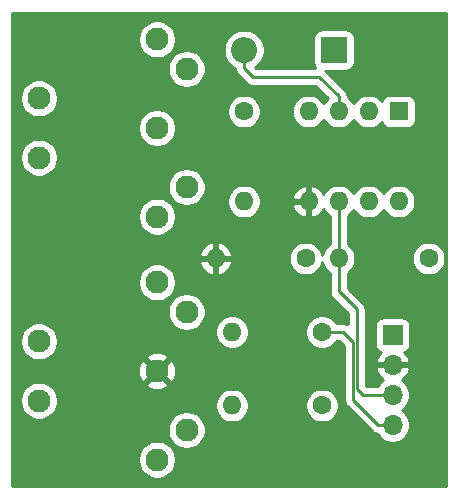
<source format=gbr>
G04 #@! TF.GenerationSoftware,KiCad,Pcbnew,5.1.5-52549c5~84~ubuntu18.04.1*
G04 #@! TF.CreationDate,2020-01-17T10:26:32-05:00*
G04 #@! TF.ProjectId,midi_io,6d696469-5f69-46f2-9e6b-696361645f70,1*
G04 #@! TF.SameCoordinates,Original*
G04 #@! TF.FileFunction,Copper,L2,Bot*
G04 #@! TF.FilePolarity,Positive*
%FSLAX46Y46*%
G04 Gerber Fmt 4.6, Leading zero omitted, Abs format (unit mm)*
G04 Created by KiCad (PCBNEW 5.1.5-52549c5~84~ubuntu18.04.1) date 2020-01-17 10:26:32*
%MOMM*%
%LPD*%
G04 APERTURE LIST*
%ADD10C,1.950000*%
%ADD11O,1.600000X1.600000*%
%ADD12C,1.600000*%
%ADD13O,1.700000X1.700000*%
%ADD14R,1.700000X1.700000*%
%ADD15O,2.200000X2.200000*%
%ADD16R,2.200000X2.200000*%
%ADD17R,1.600000X1.600000*%
%ADD18C,0.254000*%
G04 APERTURE END LIST*
D10*
X113952000Y-97369000D03*
X113952000Y-92369000D03*
X123952000Y-87369000D03*
X126452000Y-89869000D03*
X123952000Y-102369000D03*
X126452000Y-99869000D03*
X123952000Y-94869000D03*
X113952000Y-117943000D03*
X113952000Y-112943000D03*
X123952000Y-107943000D03*
X126452000Y-110443000D03*
X123952000Y-122943000D03*
X126452000Y-120443000D03*
X123952000Y-115443000D03*
D11*
X128905000Y-105918000D03*
D12*
X136525000Y-105918000D03*
D11*
X139319000Y-105918000D03*
D12*
X146939000Y-105918000D03*
D11*
X131318000Y-101092000D03*
D12*
X131318000Y-93472000D03*
D11*
X130302000Y-112141000D03*
D12*
X137922000Y-112141000D03*
D11*
X130302000Y-118364000D03*
D12*
X137922000Y-118364000D03*
D13*
X143891000Y-120015000D03*
X143891000Y-117475000D03*
X143891000Y-114935000D03*
D14*
X143891000Y-112395000D03*
D15*
X131318000Y-88265000D03*
D16*
X138938000Y-88265000D03*
D11*
X144399000Y-101092000D03*
X136779000Y-93472000D03*
X141859000Y-101092000D03*
X139319000Y-93472000D03*
X139319000Y-101092000D03*
X141859000Y-93472000D03*
X136779000Y-101092000D03*
D17*
X144399000Y-93472000D03*
D18*
X137668000Y-90551000D02*
X139319000Y-92202000D01*
X139319000Y-92202000D02*
X139319000Y-93472000D01*
X132048366Y-90551000D02*
X137668000Y-90551000D01*
X131318000Y-88265000D02*
X131318000Y-89820634D01*
X131318000Y-89820634D02*
X132048366Y-90551000D01*
X142688919Y-120015000D02*
X143891000Y-120015000D01*
X140538190Y-112979190D02*
X140538191Y-117864272D01*
X139700000Y-112141000D02*
X140538190Y-112979190D01*
X140538191Y-117864272D02*
X142688919Y-120015000D01*
X137922000Y-112141000D02*
X139700000Y-112141000D01*
X139319000Y-101092000D02*
X139319000Y-105918000D01*
X141351000Y-117475000D02*
X143891000Y-117475000D01*
X140843000Y-116967000D02*
X141351000Y-117475000D01*
X140843000Y-110236000D02*
X140843000Y-116967000D01*
X139319000Y-105918000D02*
X139319000Y-108712000D01*
X139319000Y-108712000D02*
X140843000Y-110236000D01*
G36*
X148388000Y-125147000D02*
G01*
X111708000Y-125147000D01*
X111708000Y-122784429D01*
X122342000Y-122784429D01*
X122342000Y-123101571D01*
X122403871Y-123412620D01*
X122525237Y-123705621D01*
X122701431Y-123969315D01*
X122925685Y-124193569D01*
X123189379Y-124369763D01*
X123482380Y-124491129D01*
X123793429Y-124553000D01*
X124110571Y-124553000D01*
X124421620Y-124491129D01*
X124714621Y-124369763D01*
X124978315Y-124193569D01*
X125202569Y-123969315D01*
X125378763Y-123705621D01*
X125500129Y-123412620D01*
X125562000Y-123101571D01*
X125562000Y-122784429D01*
X125500129Y-122473380D01*
X125378763Y-122180379D01*
X125202569Y-121916685D01*
X124978315Y-121692431D01*
X124714621Y-121516237D01*
X124421620Y-121394871D01*
X124110571Y-121333000D01*
X123793429Y-121333000D01*
X123482380Y-121394871D01*
X123189379Y-121516237D01*
X122925685Y-121692431D01*
X122701431Y-121916685D01*
X122525237Y-122180379D01*
X122403871Y-122473380D01*
X122342000Y-122784429D01*
X111708000Y-122784429D01*
X111708000Y-120284429D01*
X124842000Y-120284429D01*
X124842000Y-120601571D01*
X124903871Y-120912620D01*
X125025237Y-121205621D01*
X125201431Y-121469315D01*
X125425685Y-121693569D01*
X125689379Y-121869763D01*
X125982380Y-121991129D01*
X126293429Y-122053000D01*
X126610571Y-122053000D01*
X126921620Y-121991129D01*
X127214621Y-121869763D01*
X127478315Y-121693569D01*
X127702569Y-121469315D01*
X127878763Y-121205621D01*
X128000129Y-120912620D01*
X128062000Y-120601571D01*
X128062000Y-120284429D01*
X128000129Y-119973380D01*
X127878763Y-119680379D01*
X127702569Y-119416685D01*
X127478315Y-119192431D01*
X127214621Y-119016237D01*
X126921620Y-118894871D01*
X126610571Y-118833000D01*
X126293429Y-118833000D01*
X125982380Y-118894871D01*
X125689379Y-119016237D01*
X125425685Y-119192431D01*
X125201431Y-119416685D01*
X125025237Y-119680379D01*
X124903871Y-119973380D01*
X124842000Y-120284429D01*
X111708000Y-120284429D01*
X111708000Y-117784429D01*
X112342000Y-117784429D01*
X112342000Y-118101571D01*
X112403871Y-118412620D01*
X112525237Y-118705621D01*
X112701431Y-118969315D01*
X112925685Y-119193569D01*
X113189379Y-119369763D01*
X113482380Y-119491129D01*
X113793429Y-119553000D01*
X114110571Y-119553000D01*
X114421620Y-119491129D01*
X114714621Y-119369763D01*
X114978315Y-119193569D01*
X115202569Y-118969315D01*
X115378763Y-118705621D01*
X115500129Y-118412620D01*
X115537913Y-118222665D01*
X128867000Y-118222665D01*
X128867000Y-118505335D01*
X128922147Y-118782574D01*
X129030320Y-119043727D01*
X129187363Y-119278759D01*
X129387241Y-119478637D01*
X129622273Y-119635680D01*
X129883426Y-119743853D01*
X130160665Y-119799000D01*
X130443335Y-119799000D01*
X130720574Y-119743853D01*
X130981727Y-119635680D01*
X131216759Y-119478637D01*
X131416637Y-119278759D01*
X131573680Y-119043727D01*
X131681853Y-118782574D01*
X131737000Y-118505335D01*
X131737000Y-118222665D01*
X136487000Y-118222665D01*
X136487000Y-118505335D01*
X136542147Y-118782574D01*
X136650320Y-119043727D01*
X136807363Y-119278759D01*
X137007241Y-119478637D01*
X137242273Y-119635680D01*
X137503426Y-119743853D01*
X137780665Y-119799000D01*
X138063335Y-119799000D01*
X138340574Y-119743853D01*
X138601727Y-119635680D01*
X138836759Y-119478637D01*
X139036637Y-119278759D01*
X139193680Y-119043727D01*
X139301853Y-118782574D01*
X139357000Y-118505335D01*
X139357000Y-118222665D01*
X139301853Y-117945426D01*
X139193680Y-117684273D01*
X139036637Y-117449241D01*
X138836759Y-117249363D01*
X138601727Y-117092320D01*
X138340574Y-116984147D01*
X138063335Y-116929000D01*
X137780665Y-116929000D01*
X137503426Y-116984147D01*
X137242273Y-117092320D01*
X137007241Y-117249363D01*
X136807363Y-117449241D01*
X136650320Y-117684273D01*
X136542147Y-117945426D01*
X136487000Y-118222665D01*
X131737000Y-118222665D01*
X131681853Y-117945426D01*
X131573680Y-117684273D01*
X131416637Y-117449241D01*
X131216759Y-117249363D01*
X130981727Y-117092320D01*
X130720574Y-116984147D01*
X130443335Y-116929000D01*
X130160665Y-116929000D01*
X129883426Y-116984147D01*
X129622273Y-117092320D01*
X129387241Y-117249363D01*
X129187363Y-117449241D01*
X129030320Y-117684273D01*
X128922147Y-117945426D01*
X128867000Y-118222665D01*
X115537913Y-118222665D01*
X115562000Y-118101571D01*
X115562000Y-117784429D01*
X115500129Y-117473380D01*
X115378763Y-117180379D01*
X115202569Y-116916685D01*
X114978315Y-116692431D01*
X114780992Y-116560584D01*
X123014021Y-116560584D01*
X123106766Y-116822429D01*
X123392120Y-116960820D01*
X123698990Y-117040883D01*
X124015584Y-117059540D01*
X124329733Y-117016074D01*
X124629367Y-116912156D01*
X124797234Y-116822429D01*
X124889979Y-116560584D01*
X123952000Y-115622605D01*
X123014021Y-116560584D01*
X114780992Y-116560584D01*
X114714621Y-116516237D01*
X114421620Y-116394871D01*
X114110571Y-116333000D01*
X113793429Y-116333000D01*
X113482380Y-116394871D01*
X113189379Y-116516237D01*
X112925685Y-116692431D01*
X112701431Y-116916685D01*
X112525237Y-117180379D01*
X112403871Y-117473380D01*
X112342000Y-117784429D01*
X111708000Y-117784429D01*
X111708000Y-115506584D01*
X122335460Y-115506584D01*
X122378926Y-115820733D01*
X122482844Y-116120367D01*
X122572571Y-116288234D01*
X122834416Y-116380979D01*
X123772395Y-115443000D01*
X124131605Y-115443000D01*
X125069584Y-116380979D01*
X125331429Y-116288234D01*
X125469820Y-116002880D01*
X125549883Y-115696010D01*
X125568540Y-115379416D01*
X125525074Y-115065267D01*
X125421156Y-114765633D01*
X125331429Y-114597766D01*
X125069584Y-114505021D01*
X124131605Y-115443000D01*
X123772395Y-115443000D01*
X122834416Y-114505021D01*
X122572571Y-114597766D01*
X122434180Y-114883120D01*
X122354117Y-115189990D01*
X122335460Y-115506584D01*
X111708000Y-115506584D01*
X111708000Y-112784429D01*
X112342000Y-112784429D01*
X112342000Y-113101571D01*
X112403871Y-113412620D01*
X112525237Y-113705621D01*
X112701431Y-113969315D01*
X112925685Y-114193569D01*
X113189379Y-114369763D01*
X113482380Y-114491129D01*
X113793429Y-114553000D01*
X114110571Y-114553000D01*
X114421620Y-114491129D01*
X114714621Y-114369763D01*
X114780991Y-114325416D01*
X123014021Y-114325416D01*
X123952000Y-115263395D01*
X124889979Y-114325416D01*
X124797234Y-114063571D01*
X124511880Y-113925180D01*
X124205010Y-113845117D01*
X123888416Y-113826460D01*
X123574267Y-113869926D01*
X123274633Y-113973844D01*
X123106766Y-114063571D01*
X123014021Y-114325416D01*
X114780991Y-114325416D01*
X114978315Y-114193569D01*
X115202569Y-113969315D01*
X115378763Y-113705621D01*
X115500129Y-113412620D01*
X115562000Y-113101571D01*
X115562000Y-112784429D01*
X115500129Y-112473380D01*
X115378763Y-112180379D01*
X115202569Y-111916685D01*
X114978315Y-111692431D01*
X114714621Y-111516237D01*
X114421620Y-111394871D01*
X114110571Y-111333000D01*
X113793429Y-111333000D01*
X113482380Y-111394871D01*
X113189379Y-111516237D01*
X112925685Y-111692431D01*
X112701431Y-111916685D01*
X112525237Y-112180379D01*
X112403871Y-112473380D01*
X112342000Y-112784429D01*
X111708000Y-112784429D01*
X111708000Y-110284429D01*
X124842000Y-110284429D01*
X124842000Y-110601571D01*
X124903871Y-110912620D01*
X125025237Y-111205621D01*
X125201431Y-111469315D01*
X125425685Y-111693569D01*
X125689379Y-111869763D01*
X125982380Y-111991129D01*
X126293429Y-112053000D01*
X126610571Y-112053000D01*
X126878706Y-111999665D01*
X128867000Y-111999665D01*
X128867000Y-112282335D01*
X128922147Y-112559574D01*
X129030320Y-112820727D01*
X129187363Y-113055759D01*
X129387241Y-113255637D01*
X129622273Y-113412680D01*
X129883426Y-113520853D01*
X130160665Y-113576000D01*
X130443335Y-113576000D01*
X130720574Y-113520853D01*
X130981727Y-113412680D01*
X131216759Y-113255637D01*
X131416637Y-113055759D01*
X131573680Y-112820727D01*
X131681853Y-112559574D01*
X131737000Y-112282335D01*
X131737000Y-111999665D01*
X131681853Y-111722426D01*
X131573680Y-111461273D01*
X131416637Y-111226241D01*
X131216759Y-111026363D01*
X130981727Y-110869320D01*
X130720574Y-110761147D01*
X130443335Y-110706000D01*
X130160665Y-110706000D01*
X129883426Y-110761147D01*
X129622273Y-110869320D01*
X129387241Y-111026363D01*
X129187363Y-111226241D01*
X129030320Y-111461273D01*
X128922147Y-111722426D01*
X128867000Y-111999665D01*
X126878706Y-111999665D01*
X126921620Y-111991129D01*
X127214621Y-111869763D01*
X127478315Y-111693569D01*
X127702569Y-111469315D01*
X127878763Y-111205621D01*
X128000129Y-110912620D01*
X128062000Y-110601571D01*
X128062000Y-110284429D01*
X128000129Y-109973380D01*
X127878763Y-109680379D01*
X127702569Y-109416685D01*
X127478315Y-109192431D01*
X127214621Y-109016237D01*
X126921620Y-108894871D01*
X126610571Y-108833000D01*
X126293429Y-108833000D01*
X125982380Y-108894871D01*
X125689379Y-109016237D01*
X125425685Y-109192431D01*
X125201431Y-109416685D01*
X125025237Y-109680379D01*
X124903871Y-109973380D01*
X124842000Y-110284429D01*
X111708000Y-110284429D01*
X111708000Y-107784429D01*
X122342000Y-107784429D01*
X122342000Y-108101571D01*
X122403871Y-108412620D01*
X122525237Y-108705621D01*
X122701431Y-108969315D01*
X122925685Y-109193569D01*
X123189379Y-109369763D01*
X123482380Y-109491129D01*
X123793429Y-109553000D01*
X124110571Y-109553000D01*
X124421620Y-109491129D01*
X124714621Y-109369763D01*
X124978315Y-109193569D01*
X125202569Y-108969315D01*
X125378763Y-108705621D01*
X125500129Y-108412620D01*
X125562000Y-108101571D01*
X125562000Y-107784429D01*
X125500129Y-107473380D01*
X125378763Y-107180379D01*
X125202569Y-106916685D01*
X124978315Y-106692431D01*
X124714621Y-106516237D01*
X124421620Y-106394871D01*
X124110571Y-106333000D01*
X123793429Y-106333000D01*
X123482380Y-106394871D01*
X123189379Y-106516237D01*
X122925685Y-106692431D01*
X122701431Y-106916685D01*
X122525237Y-107180379D01*
X122403871Y-107473380D01*
X122342000Y-107784429D01*
X111708000Y-107784429D01*
X111708000Y-106267039D01*
X127513096Y-106267039D01*
X127553754Y-106401087D01*
X127673963Y-106655420D01*
X127841481Y-106881414D01*
X128049869Y-107070385D01*
X128291119Y-107215070D01*
X128555960Y-107309909D01*
X128778000Y-107188624D01*
X128778000Y-106045000D01*
X129032000Y-106045000D01*
X129032000Y-107188624D01*
X129254040Y-107309909D01*
X129518881Y-107215070D01*
X129760131Y-107070385D01*
X129968519Y-106881414D01*
X130136037Y-106655420D01*
X130256246Y-106401087D01*
X130296904Y-106267039D01*
X130174915Y-106045000D01*
X129032000Y-106045000D01*
X128778000Y-106045000D01*
X127635085Y-106045000D01*
X127513096Y-106267039D01*
X111708000Y-106267039D01*
X111708000Y-105568961D01*
X127513096Y-105568961D01*
X127635085Y-105791000D01*
X128778000Y-105791000D01*
X128778000Y-104647376D01*
X129032000Y-104647376D01*
X129032000Y-105791000D01*
X130174915Y-105791000D01*
X130182790Y-105776665D01*
X135090000Y-105776665D01*
X135090000Y-106059335D01*
X135145147Y-106336574D01*
X135253320Y-106597727D01*
X135410363Y-106832759D01*
X135610241Y-107032637D01*
X135845273Y-107189680D01*
X136106426Y-107297853D01*
X136383665Y-107353000D01*
X136666335Y-107353000D01*
X136943574Y-107297853D01*
X137204727Y-107189680D01*
X137439759Y-107032637D01*
X137639637Y-106832759D01*
X137796680Y-106597727D01*
X137904853Y-106336574D01*
X137922000Y-106250371D01*
X137939147Y-106336574D01*
X138047320Y-106597727D01*
X138204363Y-106832759D01*
X138404241Y-107032637D01*
X138557000Y-107134707D01*
X138557001Y-108674567D01*
X138553314Y-108712000D01*
X138568027Y-108861378D01*
X138611599Y-109005015D01*
X138682355Y-109137392D01*
X138727525Y-109192431D01*
X138777579Y-109253422D01*
X138806649Y-109277279D01*
X140081000Y-110551631D01*
X140081000Y-111480627D01*
X139993015Y-111433598D01*
X139849378Y-111390026D01*
X139737426Y-111379000D01*
X139737423Y-111379000D01*
X139700000Y-111375314D01*
X139662577Y-111379000D01*
X139138707Y-111379000D01*
X139036637Y-111226241D01*
X138836759Y-111026363D01*
X138601727Y-110869320D01*
X138340574Y-110761147D01*
X138063335Y-110706000D01*
X137780665Y-110706000D01*
X137503426Y-110761147D01*
X137242273Y-110869320D01*
X137007241Y-111026363D01*
X136807363Y-111226241D01*
X136650320Y-111461273D01*
X136542147Y-111722426D01*
X136487000Y-111999665D01*
X136487000Y-112282335D01*
X136542147Y-112559574D01*
X136650320Y-112820727D01*
X136807363Y-113055759D01*
X137007241Y-113255637D01*
X137242273Y-113412680D01*
X137503426Y-113520853D01*
X137780665Y-113576000D01*
X138063335Y-113576000D01*
X138340574Y-113520853D01*
X138601727Y-113412680D01*
X138836759Y-113255637D01*
X139036637Y-113055759D01*
X139138707Y-112903000D01*
X139384370Y-112903000D01*
X139776190Y-113294820D01*
X139776192Y-117826839D01*
X139772505Y-117864272D01*
X139787218Y-118013650D01*
X139830790Y-118157287D01*
X139901546Y-118289664D01*
X139972912Y-118376623D01*
X139996770Y-118405694D01*
X140025840Y-118429551D01*
X142123635Y-120527346D01*
X142147497Y-120556422D01*
X142221138Y-120616857D01*
X142263526Y-120651645D01*
X142334283Y-120689465D01*
X142395904Y-120722402D01*
X142539541Y-120765974D01*
X142611528Y-120773064D01*
X142737525Y-120961632D01*
X142944368Y-121168475D01*
X143187589Y-121330990D01*
X143457842Y-121442932D01*
X143744740Y-121500000D01*
X144037260Y-121500000D01*
X144324158Y-121442932D01*
X144594411Y-121330990D01*
X144837632Y-121168475D01*
X145044475Y-120961632D01*
X145206990Y-120718411D01*
X145318932Y-120448158D01*
X145376000Y-120161260D01*
X145376000Y-119868740D01*
X145318932Y-119581842D01*
X145206990Y-119311589D01*
X145044475Y-119068368D01*
X144837632Y-118861525D01*
X144663240Y-118745000D01*
X144837632Y-118628475D01*
X145044475Y-118421632D01*
X145206990Y-118178411D01*
X145318932Y-117908158D01*
X145376000Y-117621260D01*
X145376000Y-117328740D01*
X145318932Y-117041842D01*
X145206990Y-116771589D01*
X145044475Y-116528368D01*
X144837632Y-116321525D01*
X144655466Y-116199805D01*
X144772355Y-116130178D01*
X144988588Y-115935269D01*
X145162641Y-115701920D01*
X145287825Y-115439099D01*
X145332476Y-115291890D01*
X145211155Y-115062000D01*
X144018000Y-115062000D01*
X144018000Y-115082000D01*
X143764000Y-115082000D01*
X143764000Y-115062000D01*
X142570845Y-115062000D01*
X142449524Y-115291890D01*
X142494175Y-115439099D01*
X142619359Y-115701920D01*
X142793412Y-115935269D01*
X143009645Y-116130178D01*
X143126534Y-116199805D01*
X142944368Y-116321525D01*
X142737525Y-116528368D01*
X142614158Y-116713000D01*
X141666630Y-116713000D01*
X141605000Y-116651370D01*
X141605000Y-111545000D01*
X142402928Y-111545000D01*
X142402928Y-113245000D01*
X142415188Y-113369482D01*
X142451498Y-113489180D01*
X142510463Y-113599494D01*
X142589815Y-113696185D01*
X142686506Y-113775537D01*
X142796820Y-113834502D01*
X142877466Y-113858966D01*
X142793412Y-113934731D01*
X142619359Y-114168080D01*
X142494175Y-114430901D01*
X142449524Y-114578110D01*
X142570845Y-114808000D01*
X143764000Y-114808000D01*
X143764000Y-114788000D01*
X144018000Y-114788000D01*
X144018000Y-114808000D01*
X145211155Y-114808000D01*
X145332476Y-114578110D01*
X145287825Y-114430901D01*
X145162641Y-114168080D01*
X144988588Y-113934731D01*
X144904534Y-113858966D01*
X144985180Y-113834502D01*
X145095494Y-113775537D01*
X145192185Y-113696185D01*
X145271537Y-113599494D01*
X145330502Y-113489180D01*
X145366812Y-113369482D01*
X145379072Y-113245000D01*
X145379072Y-111545000D01*
X145366812Y-111420518D01*
X145330502Y-111300820D01*
X145271537Y-111190506D01*
X145192185Y-111093815D01*
X145095494Y-111014463D01*
X144985180Y-110955498D01*
X144865482Y-110919188D01*
X144741000Y-110906928D01*
X143041000Y-110906928D01*
X142916518Y-110919188D01*
X142796820Y-110955498D01*
X142686506Y-111014463D01*
X142589815Y-111093815D01*
X142510463Y-111190506D01*
X142451498Y-111300820D01*
X142415188Y-111420518D01*
X142402928Y-111545000D01*
X141605000Y-111545000D01*
X141605000Y-110273422D01*
X141608686Y-110235999D01*
X141605000Y-110198574D01*
X141593974Y-110086622D01*
X141550402Y-109942985D01*
X141479645Y-109810608D01*
X141384422Y-109694578D01*
X141355353Y-109670722D01*
X140081000Y-108396370D01*
X140081000Y-107134707D01*
X140233759Y-107032637D01*
X140433637Y-106832759D01*
X140590680Y-106597727D01*
X140698853Y-106336574D01*
X140754000Y-106059335D01*
X140754000Y-105776665D01*
X145504000Y-105776665D01*
X145504000Y-106059335D01*
X145559147Y-106336574D01*
X145667320Y-106597727D01*
X145824363Y-106832759D01*
X146024241Y-107032637D01*
X146259273Y-107189680D01*
X146520426Y-107297853D01*
X146797665Y-107353000D01*
X147080335Y-107353000D01*
X147357574Y-107297853D01*
X147618727Y-107189680D01*
X147853759Y-107032637D01*
X148053637Y-106832759D01*
X148210680Y-106597727D01*
X148318853Y-106336574D01*
X148374000Y-106059335D01*
X148374000Y-105776665D01*
X148318853Y-105499426D01*
X148210680Y-105238273D01*
X148053637Y-105003241D01*
X147853759Y-104803363D01*
X147618727Y-104646320D01*
X147357574Y-104538147D01*
X147080335Y-104483000D01*
X146797665Y-104483000D01*
X146520426Y-104538147D01*
X146259273Y-104646320D01*
X146024241Y-104803363D01*
X145824363Y-105003241D01*
X145667320Y-105238273D01*
X145559147Y-105499426D01*
X145504000Y-105776665D01*
X140754000Y-105776665D01*
X140698853Y-105499426D01*
X140590680Y-105238273D01*
X140433637Y-105003241D01*
X140233759Y-104803363D01*
X140081000Y-104701293D01*
X140081000Y-102308707D01*
X140233759Y-102206637D01*
X140433637Y-102006759D01*
X140589000Y-101774241D01*
X140744363Y-102006759D01*
X140944241Y-102206637D01*
X141179273Y-102363680D01*
X141440426Y-102471853D01*
X141717665Y-102527000D01*
X142000335Y-102527000D01*
X142277574Y-102471853D01*
X142538727Y-102363680D01*
X142773759Y-102206637D01*
X142973637Y-102006759D01*
X143129000Y-101774241D01*
X143284363Y-102006759D01*
X143484241Y-102206637D01*
X143719273Y-102363680D01*
X143980426Y-102471853D01*
X144257665Y-102527000D01*
X144540335Y-102527000D01*
X144817574Y-102471853D01*
X145078727Y-102363680D01*
X145313759Y-102206637D01*
X145513637Y-102006759D01*
X145670680Y-101771727D01*
X145778853Y-101510574D01*
X145834000Y-101233335D01*
X145834000Y-100950665D01*
X145778853Y-100673426D01*
X145670680Y-100412273D01*
X145513637Y-100177241D01*
X145313759Y-99977363D01*
X145078727Y-99820320D01*
X144817574Y-99712147D01*
X144540335Y-99657000D01*
X144257665Y-99657000D01*
X143980426Y-99712147D01*
X143719273Y-99820320D01*
X143484241Y-99977363D01*
X143284363Y-100177241D01*
X143129000Y-100409759D01*
X142973637Y-100177241D01*
X142773759Y-99977363D01*
X142538727Y-99820320D01*
X142277574Y-99712147D01*
X142000335Y-99657000D01*
X141717665Y-99657000D01*
X141440426Y-99712147D01*
X141179273Y-99820320D01*
X140944241Y-99977363D01*
X140744363Y-100177241D01*
X140589000Y-100409759D01*
X140433637Y-100177241D01*
X140233759Y-99977363D01*
X139998727Y-99820320D01*
X139737574Y-99712147D01*
X139460335Y-99657000D01*
X139177665Y-99657000D01*
X138900426Y-99712147D01*
X138639273Y-99820320D01*
X138404241Y-99977363D01*
X138204363Y-100177241D01*
X138047320Y-100412273D01*
X138042933Y-100422865D01*
X137931385Y-100236869D01*
X137742414Y-100028481D01*
X137516420Y-99860963D01*
X137262087Y-99740754D01*
X137128039Y-99700096D01*
X136906000Y-99822085D01*
X136906000Y-100965000D01*
X136926000Y-100965000D01*
X136926000Y-101219000D01*
X136906000Y-101219000D01*
X136906000Y-102361915D01*
X137128039Y-102483904D01*
X137262087Y-102443246D01*
X137516420Y-102323037D01*
X137742414Y-102155519D01*
X137931385Y-101947131D01*
X138042933Y-101761135D01*
X138047320Y-101771727D01*
X138204363Y-102006759D01*
X138404241Y-102206637D01*
X138557000Y-102308707D01*
X138557001Y-104701292D01*
X138404241Y-104803363D01*
X138204363Y-105003241D01*
X138047320Y-105238273D01*
X137939147Y-105499426D01*
X137922000Y-105585629D01*
X137904853Y-105499426D01*
X137796680Y-105238273D01*
X137639637Y-105003241D01*
X137439759Y-104803363D01*
X137204727Y-104646320D01*
X136943574Y-104538147D01*
X136666335Y-104483000D01*
X136383665Y-104483000D01*
X136106426Y-104538147D01*
X135845273Y-104646320D01*
X135610241Y-104803363D01*
X135410363Y-105003241D01*
X135253320Y-105238273D01*
X135145147Y-105499426D01*
X135090000Y-105776665D01*
X130182790Y-105776665D01*
X130296904Y-105568961D01*
X130256246Y-105434913D01*
X130136037Y-105180580D01*
X129968519Y-104954586D01*
X129760131Y-104765615D01*
X129518881Y-104620930D01*
X129254040Y-104526091D01*
X129032000Y-104647376D01*
X128778000Y-104647376D01*
X128555960Y-104526091D01*
X128291119Y-104620930D01*
X128049869Y-104765615D01*
X127841481Y-104954586D01*
X127673963Y-105180580D01*
X127553754Y-105434913D01*
X127513096Y-105568961D01*
X111708000Y-105568961D01*
X111708000Y-102210429D01*
X122342000Y-102210429D01*
X122342000Y-102527571D01*
X122403871Y-102838620D01*
X122525237Y-103131621D01*
X122701431Y-103395315D01*
X122925685Y-103619569D01*
X123189379Y-103795763D01*
X123482380Y-103917129D01*
X123793429Y-103979000D01*
X124110571Y-103979000D01*
X124421620Y-103917129D01*
X124714621Y-103795763D01*
X124978315Y-103619569D01*
X125202569Y-103395315D01*
X125378763Y-103131621D01*
X125500129Y-102838620D01*
X125562000Y-102527571D01*
X125562000Y-102210429D01*
X125500129Y-101899380D01*
X125378763Y-101606379D01*
X125202569Y-101342685D01*
X124978315Y-101118431D01*
X124714621Y-100942237D01*
X124421620Y-100820871D01*
X124110571Y-100759000D01*
X123793429Y-100759000D01*
X123482380Y-100820871D01*
X123189379Y-100942237D01*
X122925685Y-101118431D01*
X122701431Y-101342685D01*
X122525237Y-101606379D01*
X122403871Y-101899380D01*
X122342000Y-102210429D01*
X111708000Y-102210429D01*
X111708000Y-99710429D01*
X124842000Y-99710429D01*
X124842000Y-100027571D01*
X124903871Y-100338620D01*
X125025237Y-100631621D01*
X125201431Y-100895315D01*
X125425685Y-101119569D01*
X125689379Y-101295763D01*
X125982380Y-101417129D01*
X126293429Y-101479000D01*
X126610571Y-101479000D01*
X126921620Y-101417129D01*
X127214621Y-101295763D01*
X127478315Y-101119569D01*
X127647219Y-100950665D01*
X129883000Y-100950665D01*
X129883000Y-101233335D01*
X129938147Y-101510574D01*
X130046320Y-101771727D01*
X130203363Y-102006759D01*
X130403241Y-102206637D01*
X130638273Y-102363680D01*
X130899426Y-102471853D01*
X131176665Y-102527000D01*
X131459335Y-102527000D01*
X131736574Y-102471853D01*
X131997727Y-102363680D01*
X132232759Y-102206637D01*
X132432637Y-102006759D01*
X132589680Y-101771727D01*
X132697853Y-101510574D01*
X132711684Y-101441040D01*
X135387091Y-101441040D01*
X135481930Y-101705881D01*
X135626615Y-101947131D01*
X135815586Y-102155519D01*
X136041580Y-102323037D01*
X136295913Y-102443246D01*
X136429961Y-102483904D01*
X136652000Y-102361915D01*
X136652000Y-101219000D01*
X135508376Y-101219000D01*
X135387091Y-101441040D01*
X132711684Y-101441040D01*
X132753000Y-101233335D01*
X132753000Y-100950665D01*
X132711685Y-100742960D01*
X135387091Y-100742960D01*
X135508376Y-100965000D01*
X136652000Y-100965000D01*
X136652000Y-99822085D01*
X136429961Y-99700096D01*
X136295913Y-99740754D01*
X136041580Y-99860963D01*
X135815586Y-100028481D01*
X135626615Y-100236869D01*
X135481930Y-100478119D01*
X135387091Y-100742960D01*
X132711685Y-100742960D01*
X132697853Y-100673426D01*
X132589680Y-100412273D01*
X132432637Y-100177241D01*
X132232759Y-99977363D01*
X131997727Y-99820320D01*
X131736574Y-99712147D01*
X131459335Y-99657000D01*
X131176665Y-99657000D01*
X130899426Y-99712147D01*
X130638273Y-99820320D01*
X130403241Y-99977363D01*
X130203363Y-100177241D01*
X130046320Y-100412273D01*
X129938147Y-100673426D01*
X129883000Y-100950665D01*
X127647219Y-100950665D01*
X127702569Y-100895315D01*
X127878763Y-100631621D01*
X128000129Y-100338620D01*
X128062000Y-100027571D01*
X128062000Y-99710429D01*
X128000129Y-99399380D01*
X127878763Y-99106379D01*
X127702569Y-98842685D01*
X127478315Y-98618431D01*
X127214621Y-98442237D01*
X126921620Y-98320871D01*
X126610571Y-98259000D01*
X126293429Y-98259000D01*
X125982380Y-98320871D01*
X125689379Y-98442237D01*
X125425685Y-98618431D01*
X125201431Y-98842685D01*
X125025237Y-99106379D01*
X124903871Y-99399380D01*
X124842000Y-99710429D01*
X111708000Y-99710429D01*
X111708000Y-97210429D01*
X112342000Y-97210429D01*
X112342000Y-97527571D01*
X112403871Y-97838620D01*
X112525237Y-98131621D01*
X112701431Y-98395315D01*
X112925685Y-98619569D01*
X113189379Y-98795763D01*
X113482380Y-98917129D01*
X113793429Y-98979000D01*
X114110571Y-98979000D01*
X114421620Y-98917129D01*
X114714621Y-98795763D01*
X114978315Y-98619569D01*
X115202569Y-98395315D01*
X115378763Y-98131621D01*
X115500129Y-97838620D01*
X115562000Y-97527571D01*
X115562000Y-97210429D01*
X115500129Y-96899380D01*
X115378763Y-96606379D01*
X115202569Y-96342685D01*
X114978315Y-96118431D01*
X114714621Y-95942237D01*
X114421620Y-95820871D01*
X114110571Y-95759000D01*
X113793429Y-95759000D01*
X113482380Y-95820871D01*
X113189379Y-95942237D01*
X112925685Y-96118431D01*
X112701431Y-96342685D01*
X112525237Y-96606379D01*
X112403871Y-96899380D01*
X112342000Y-97210429D01*
X111708000Y-97210429D01*
X111708000Y-94710429D01*
X122342000Y-94710429D01*
X122342000Y-95027571D01*
X122403871Y-95338620D01*
X122525237Y-95631621D01*
X122701431Y-95895315D01*
X122925685Y-96119569D01*
X123189379Y-96295763D01*
X123482380Y-96417129D01*
X123793429Y-96479000D01*
X124110571Y-96479000D01*
X124421620Y-96417129D01*
X124714621Y-96295763D01*
X124978315Y-96119569D01*
X125202569Y-95895315D01*
X125378763Y-95631621D01*
X125500129Y-95338620D01*
X125562000Y-95027571D01*
X125562000Y-94710429D01*
X125500129Y-94399380D01*
X125378763Y-94106379D01*
X125202569Y-93842685D01*
X124978315Y-93618431D01*
X124714621Y-93442237D01*
X124445265Y-93330665D01*
X129883000Y-93330665D01*
X129883000Y-93613335D01*
X129938147Y-93890574D01*
X130046320Y-94151727D01*
X130203363Y-94386759D01*
X130403241Y-94586637D01*
X130638273Y-94743680D01*
X130899426Y-94851853D01*
X131176665Y-94907000D01*
X131459335Y-94907000D01*
X131736574Y-94851853D01*
X131997727Y-94743680D01*
X132232759Y-94586637D01*
X132432637Y-94386759D01*
X132589680Y-94151727D01*
X132697853Y-93890574D01*
X132753000Y-93613335D01*
X132753000Y-93330665D01*
X132697853Y-93053426D01*
X132589680Y-92792273D01*
X132432637Y-92557241D01*
X132232759Y-92357363D01*
X131997727Y-92200320D01*
X131736574Y-92092147D01*
X131459335Y-92037000D01*
X131176665Y-92037000D01*
X130899426Y-92092147D01*
X130638273Y-92200320D01*
X130403241Y-92357363D01*
X130203363Y-92557241D01*
X130046320Y-92792273D01*
X129938147Y-93053426D01*
X129883000Y-93330665D01*
X124445265Y-93330665D01*
X124421620Y-93320871D01*
X124110571Y-93259000D01*
X123793429Y-93259000D01*
X123482380Y-93320871D01*
X123189379Y-93442237D01*
X122925685Y-93618431D01*
X122701431Y-93842685D01*
X122525237Y-94106379D01*
X122403871Y-94399380D01*
X122342000Y-94710429D01*
X111708000Y-94710429D01*
X111708000Y-92210429D01*
X112342000Y-92210429D01*
X112342000Y-92527571D01*
X112403871Y-92838620D01*
X112525237Y-93131621D01*
X112701431Y-93395315D01*
X112925685Y-93619569D01*
X113189379Y-93795763D01*
X113482380Y-93917129D01*
X113793429Y-93979000D01*
X114110571Y-93979000D01*
X114421620Y-93917129D01*
X114714621Y-93795763D01*
X114978315Y-93619569D01*
X115202569Y-93395315D01*
X115378763Y-93131621D01*
X115500129Y-92838620D01*
X115562000Y-92527571D01*
X115562000Y-92210429D01*
X115500129Y-91899380D01*
X115378763Y-91606379D01*
X115202569Y-91342685D01*
X114978315Y-91118431D01*
X114714621Y-90942237D01*
X114421620Y-90820871D01*
X114110571Y-90759000D01*
X113793429Y-90759000D01*
X113482380Y-90820871D01*
X113189379Y-90942237D01*
X112925685Y-91118431D01*
X112701431Y-91342685D01*
X112525237Y-91606379D01*
X112403871Y-91899380D01*
X112342000Y-92210429D01*
X111708000Y-92210429D01*
X111708000Y-89710429D01*
X124842000Y-89710429D01*
X124842000Y-90027571D01*
X124903871Y-90338620D01*
X125025237Y-90631621D01*
X125201431Y-90895315D01*
X125425685Y-91119569D01*
X125689379Y-91295763D01*
X125982380Y-91417129D01*
X126293429Y-91479000D01*
X126610571Y-91479000D01*
X126921620Y-91417129D01*
X127214621Y-91295763D01*
X127478315Y-91119569D01*
X127702569Y-90895315D01*
X127878763Y-90631621D01*
X128000129Y-90338620D01*
X128062000Y-90027571D01*
X128062000Y-89710429D01*
X128000129Y-89399380D01*
X127878763Y-89106379D01*
X127702569Y-88842685D01*
X127478315Y-88618431D01*
X127214621Y-88442237D01*
X126921620Y-88320871D01*
X126610571Y-88259000D01*
X126293429Y-88259000D01*
X125982380Y-88320871D01*
X125689379Y-88442237D01*
X125425685Y-88618431D01*
X125201431Y-88842685D01*
X125025237Y-89106379D01*
X124903871Y-89399380D01*
X124842000Y-89710429D01*
X111708000Y-89710429D01*
X111708000Y-87210429D01*
X122342000Y-87210429D01*
X122342000Y-87527571D01*
X122403871Y-87838620D01*
X122525237Y-88131621D01*
X122701431Y-88395315D01*
X122925685Y-88619569D01*
X123189379Y-88795763D01*
X123482380Y-88917129D01*
X123793429Y-88979000D01*
X124110571Y-88979000D01*
X124421620Y-88917129D01*
X124714621Y-88795763D01*
X124978315Y-88619569D01*
X125202569Y-88395315D01*
X125378763Y-88131621D01*
X125394297Y-88094117D01*
X129583000Y-88094117D01*
X129583000Y-88435883D01*
X129649675Y-88771081D01*
X129780463Y-89086831D01*
X129970337Y-89370998D01*
X130212002Y-89612663D01*
X130496169Y-89802537D01*
X130552844Y-89826012D01*
X130567027Y-89970012D01*
X130610599Y-90113649D01*
X130681355Y-90246026D01*
X130691170Y-90257985D01*
X130776579Y-90362056D01*
X130805649Y-90385913D01*
X131483082Y-91063346D01*
X131506944Y-91092422D01*
X131580585Y-91152857D01*
X131622973Y-91187645D01*
X131693730Y-91225465D01*
X131755351Y-91258402D01*
X131898988Y-91301974D01*
X132010940Y-91313000D01*
X132010943Y-91313000D01*
X132048366Y-91316686D01*
X132085789Y-91313000D01*
X137352370Y-91313000D01*
X138400487Y-92361117D01*
X138204363Y-92557241D01*
X138049000Y-92789759D01*
X137893637Y-92557241D01*
X137693759Y-92357363D01*
X137458727Y-92200320D01*
X137197574Y-92092147D01*
X136920335Y-92037000D01*
X136637665Y-92037000D01*
X136360426Y-92092147D01*
X136099273Y-92200320D01*
X135864241Y-92357363D01*
X135664363Y-92557241D01*
X135507320Y-92792273D01*
X135399147Y-93053426D01*
X135344000Y-93330665D01*
X135344000Y-93613335D01*
X135399147Y-93890574D01*
X135507320Y-94151727D01*
X135664363Y-94386759D01*
X135864241Y-94586637D01*
X136099273Y-94743680D01*
X136360426Y-94851853D01*
X136637665Y-94907000D01*
X136920335Y-94907000D01*
X137197574Y-94851853D01*
X137458727Y-94743680D01*
X137693759Y-94586637D01*
X137893637Y-94386759D01*
X138049000Y-94154241D01*
X138204363Y-94386759D01*
X138404241Y-94586637D01*
X138639273Y-94743680D01*
X138900426Y-94851853D01*
X139177665Y-94907000D01*
X139460335Y-94907000D01*
X139737574Y-94851853D01*
X139998727Y-94743680D01*
X140233759Y-94586637D01*
X140433637Y-94386759D01*
X140589000Y-94154241D01*
X140744363Y-94386759D01*
X140944241Y-94586637D01*
X141179273Y-94743680D01*
X141440426Y-94851853D01*
X141717665Y-94907000D01*
X142000335Y-94907000D01*
X142277574Y-94851853D01*
X142538727Y-94743680D01*
X142773759Y-94586637D01*
X142972357Y-94388039D01*
X142973188Y-94396482D01*
X143009498Y-94516180D01*
X143068463Y-94626494D01*
X143147815Y-94723185D01*
X143244506Y-94802537D01*
X143354820Y-94861502D01*
X143474518Y-94897812D01*
X143599000Y-94910072D01*
X145199000Y-94910072D01*
X145323482Y-94897812D01*
X145443180Y-94861502D01*
X145553494Y-94802537D01*
X145650185Y-94723185D01*
X145729537Y-94626494D01*
X145788502Y-94516180D01*
X145824812Y-94396482D01*
X145837072Y-94272000D01*
X145837072Y-92672000D01*
X145824812Y-92547518D01*
X145788502Y-92427820D01*
X145729537Y-92317506D01*
X145650185Y-92220815D01*
X145553494Y-92141463D01*
X145443180Y-92082498D01*
X145323482Y-92046188D01*
X145199000Y-92033928D01*
X143599000Y-92033928D01*
X143474518Y-92046188D01*
X143354820Y-92082498D01*
X143244506Y-92141463D01*
X143147815Y-92220815D01*
X143068463Y-92317506D01*
X143009498Y-92427820D01*
X142973188Y-92547518D01*
X142972357Y-92555961D01*
X142773759Y-92357363D01*
X142538727Y-92200320D01*
X142277574Y-92092147D01*
X142000335Y-92037000D01*
X141717665Y-92037000D01*
X141440426Y-92092147D01*
X141179273Y-92200320D01*
X140944241Y-92357363D01*
X140744363Y-92557241D01*
X140589000Y-92789759D01*
X140433637Y-92557241D01*
X140233759Y-92357363D01*
X140081000Y-92255293D01*
X140081000Y-92239423D01*
X140084686Y-92202000D01*
X140081000Y-92164574D01*
X140069974Y-92052622D01*
X140026402Y-91908985D01*
X139955646Y-91776609D01*
X139955645Y-91776607D01*
X139920857Y-91734219D01*
X139860422Y-91660578D01*
X139831347Y-91636717D01*
X138233284Y-90038654D01*
X138209422Y-90009578D01*
X138201494Y-90003072D01*
X140038000Y-90003072D01*
X140162482Y-89990812D01*
X140282180Y-89954502D01*
X140392494Y-89895537D01*
X140489185Y-89816185D01*
X140568537Y-89719494D01*
X140627502Y-89609180D01*
X140663812Y-89489482D01*
X140676072Y-89365000D01*
X140676072Y-87165000D01*
X140663812Y-87040518D01*
X140627502Y-86920820D01*
X140568537Y-86810506D01*
X140489185Y-86713815D01*
X140392494Y-86634463D01*
X140282180Y-86575498D01*
X140162482Y-86539188D01*
X140038000Y-86526928D01*
X137838000Y-86526928D01*
X137713518Y-86539188D01*
X137593820Y-86575498D01*
X137483506Y-86634463D01*
X137386815Y-86713815D01*
X137307463Y-86810506D01*
X137248498Y-86920820D01*
X137212188Y-87040518D01*
X137199928Y-87165000D01*
X137199928Y-89365000D01*
X137212188Y-89489482D01*
X137248498Y-89609180D01*
X137307463Y-89719494D01*
X137364505Y-89789000D01*
X132363996Y-89789000D01*
X132282323Y-89707327D01*
X132423998Y-89612663D01*
X132665663Y-89370998D01*
X132855537Y-89086831D01*
X132986325Y-88771081D01*
X133053000Y-88435883D01*
X133053000Y-88094117D01*
X132986325Y-87758919D01*
X132855537Y-87443169D01*
X132665663Y-87159002D01*
X132423998Y-86917337D01*
X132139831Y-86727463D01*
X131824081Y-86596675D01*
X131488883Y-86530000D01*
X131147117Y-86530000D01*
X130811919Y-86596675D01*
X130496169Y-86727463D01*
X130212002Y-86917337D01*
X129970337Y-87159002D01*
X129780463Y-87443169D01*
X129649675Y-87758919D01*
X129583000Y-88094117D01*
X125394297Y-88094117D01*
X125500129Y-87838620D01*
X125562000Y-87527571D01*
X125562000Y-87210429D01*
X125500129Y-86899380D01*
X125378763Y-86606379D01*
X125202569Y-86342685D01*
X124978315Y-86118431D01*
X124714621Y-85942237D01*
X124421620Y-85820871D01*
X124110571Y-85759000D01*
X123793429Y-85759000D01*
X123482380Y-85820871D01*
X123189379Y-85942237D01*
X122925685Y-86118431D01*
X122701431Y-86342685D01*
X122525237Y-86606379D01*
X122403871Y-86899380D01*
X122342000Y-87210429D01*
X111708000Y-87210429D01*
X111708000Y-85165000D01*
X148388001Y-85165000D01*
X148388000Y-125147000D01*
G37*
X148388000Y-125147000D02*
X111708000Y-125147000D01*
X111708000Y-122784429D01*
X122342000Y-122784429D01*
X122342000Y-123101571D01*
X122403871Y-123412620D01*
X122525237Y-123705621D01*
X122701431Y-123969315D01*
X122925685Y-124193569D01*
X123189379Y-124369763D01*
X123482380Y-124491129D01*
X123793429Y-124553000D01*
X124110571Y-124553000D01*
X124421620Y-124491129D01*
X124714621Y-124369763D01*
X124978315Y-124193569D01*
X125202569Y-123969315D01*
X125378763Y-123705621D01*
X125500129Y-123412620D01*
X125562000Y-123101571D01*
X125562000Y-122784429D01*
X125500129Y-122473380D01*
X125378763Y-122180379D01*
X125202569Y-121916685D01*
X124978315Y-121692431D01*
X124714621Y-121516237D01*
X124421620Y-121394871D01*
X124110571Y-121333000D01*
X123793429Y-121333000D01*
X123482380Y-121394871D01*
X123189379Y-121516237D01*
X122925685Y-121692431D01*
X122701431Y-121916685D01*
X122525237Y-122180379D01*
X122403871Y-122473380D01*
X122342000Y-122784429D01*
X111708000Y-122784429D01*
X111708000Y-120284429D01*
X124842000Y-120284429D01*
X124842000Y-120601571D01*
X124903871Y-120912620D01*
X125025237Y-121205621D01*
X125201431Y-121469315D01*
X125425685Y-121693569D01*
X125689379Y-121869763D01*
X125982380Y-121991129D01*
X126293429Y-122053000D01*
X126610571Y-122053000D01*
X126921620Y-121991129D01*
X127214621Y-121869763D01*
X127478315Y-121693569D01*
X127702569Y-121469315D01*
X127878763Y-121205621D01*
X128000129Y-120912620D01*
X128062000Y-120601571D01*
X128062000Y-120284429D01*
X128000129Y-119973380D01*
X127878763Y-119680379D01*
X127702569Y-119416685D01*
X127478315Y-119192431D01*
X127214621Y-119016237D01*
X126921620Y-118894871D01*
X126610571Y-118833000D01*
X126293429Y-118833000D01*
X125982380Y-118894871D01*
X125689379Y-119016237D01*
X125425685Y-119192431D01*
X125201431Y-119416685D01*
X125025237Y-119680379D01*
X124903871Y-119973380D01*
X124842000Y-120284429D01*
X111708000Y-120284429D01*
X111708000Y-117784429D01*
X112342000Y-117784429D01*
X112342000Y-118101571D01*
X112403871Y-118412620D01*
X112525237Y-118705621D01*
X112701431Y-118969315D01*
X112925685Y-119193569D01*
X113189379Y-119369763D01*
X113482380Y-119491129D01*
X113793429Y-119553000D01*
X114110571Y-119553000D01*
X114421620Y-119491129D01*
X114714621Y-119369763D01*
X114978315Y-119193569D01*
X115202569Y-118969315D01*
X115378763Y-118705621D01*
X115500129Y-118412620D01*
X115537913Y-118222665D01*
X128867000Y-118222665D01*
X128867000Y-118505335D01*
X128922147Y-118782574D01*
X129030320Y-119043727D01*
X129187363Y-119278759D01*
X129387241Y-119478637D01*
X129622273Y-119635680D01*
X129883426Y-119743853D01*
X130160665Y-119799000D01*
X130443335Y-119799000D01*
X130720574Y-119743853D01*
X130981727Y-119635680D01*
X131216759Y-119478637D01*
X131416637Y-119278759D01*
X131573680Y-119043727D01*
X131681853Y-118782574D01*
X131737000Y-118505335D01*
X131737000Y-118222665D01*
X136487000Y-118222665D01*
X136487000Y-118505335D01*
X136542147Y-118782574D01*
X136650320Y-119043727D01*
X136807363Y-119278759D01*
X137007241Y-119478637D01*
X137242273Y-119635680D01*
X137503426Y-119743853D01*
X137780665Y-119799000D01*
X138063335Y-119799000D01*
X138340574Y-119743853D01*
X138601727Y-119635680D01*
X138836759Y-119478637D01*
X139036637Y-119278759D01*
X139193680Y-119043727D01*
X139301853Y-118782574D01*
X139357000Y-118505335D01*
X139357000Y-118222665D01*
X139301853Y-117945426D01*
X139193680Y-117684273D01*
X139036637Y-117449241D01*
X138836759Y-117249363D01*
X138601727Y-117092320D01*
X138340574Y-116984147D01*
X138063335Y-116929000D01*
X137780665Y-116929000D01*
X137503426Y-116984147D01*
X137242273Y-117092320D01*
X137007241Y-117249363D01*
X136807363Y-117449241D01*
X136650320Y-117684273D01*
X136542147Y-117945426D01*
X136487000Y-118222665D01*
X131737000Y-118222665D01*
X131681853Y-117945426D01*
X131573680Y-117684273D01*
X131416637Y-117449241D01*
X131216759Y-117249363D01*
X130981727Y-117092320D01*
X130720574Y-116984147D01*
X130443335Y-116929000D01*
X130160665Y-116929000D01*
X129883426Y-116984147D01*
X129622273Y-117092320D01*
X129387241Y-117249363D01*
X129187363Y-117449241D01*
X129030320Y-117684273D01*
X128922147Y-117945426D01*
X128867000Y-118222665D01*
X115537913Y-118222665D01*
X115562000Y-118101571D01*
X115562000Y-117784429D01*
X115500129Y-117473380D01*
X115378763Y-117180379D01*
X115202569Y-116916685D01*
X114978315Y-116692431D01*
X114780992Y-116560584D01*
X123014021Y-116560584D01*
X123106766Y-116822429D01*
X123392120Y-116960820D01*
X123698990Y-117040883D01*
X124015584Y-117059540D01*
X124329733Y-117016074D01*
X124629367Y-116912156D01*
X124797234Y-116822429D01*
X124889979Y-116560584D01*
X123952000Y-115622605D01*
X123014021Y-116560584D01*
X114780992Y-116560584D01*
X114714621Y-116516237D01*
X114421620Y-116394871D01*
X114110571Y-116333000D01*
X113793429Y-116333000D01*
X113482380Y-116394871D01*
X113189379Y-116516237D01*
X112925685Y-116692431D01*
X112701431Y-116916685D01*
X112525237Y-117180379D01*
X112403871Y-117473380D01*
X112342000Y-117784429D01*
X111708000Y-117784429D01*
X111708000Y-115506584D01*
X122335460Y-115506584D01*
X122378926Y-115820733D01*
X122482844Y-116120367D01*
X122572571Y-116288234D01*
X122834416Y-116380979D01*
X123772395Y-115443000D01*
X124131605Y-115443000D01*
X125069584Y-116380979D01*
X125331429Y-116288234D01*
X125469820Y-116002880D01*
X125549883Y-115696010D01*
X125568540Y-115379416D01*
X125525074Y-115065267D01*
X125421156Y-114765633D01*
X125331429Y-114597766D01*
X125069584Y-114505021D01*
X124131605Y-115443000D01*
X123772395Y-115443000D01*
X122834416Y-114505021D01*
X122572571Y-114597766D01*
X122434180Y-114883120D01*
X122354117Y-115189990D01*
X122335460Y-115506584D01*
X111708000Y-115506584D01*
X111708000Y-112784429D01*
X112342000Y-112784429D01*
X112342000Y-113101571D01*
X112403871Y-113412620D01*
X112525237Y-113705621D01*
X112701431Y-113969315D01*
X112925685Y-114193569D01*
X113189379Y-114369763D01*
X113482380Y-114491129D01*
X113793429Y-114553000D01*
X114110571Y-114553000D01*
X114421620Y-114491129D01*
X114714621Y-114369763D01*
X114780991Y-114325416D01*
X123014021Y-114325416D01*
X123952000Y-115263395D01*
X124889979Y-114325416D01*
X124797234Y-114063571D01*
X124511880Y-113925180D01*
X124205010Y-113845117D01*
X123888416Y-113826460D01*
X123574267Y-113869926D01*
X123274633Y-113973844D01*
X123106766Y-114063571D01*
X123014021Y-114325416D01*
X114780991Y-114325416D01*
X114978315Y-114193569D01*
X115202569Y-113969315D01*
X115378763Y-113705621D01*
X115500129Y-113412620D01*
X115562000Y-113101571D01*
X115562000Y-112784429D01*
X115500129Y-112473380D01*
X115378763Y-112180379D01*
X115202569Y-111916685D01*
X114978315Y-111692431D01*
X114714621Y-111516237D01*
X114421620Y-111394871D01*
X114110571Y-111333000D01*
X113793429Y-111333000D01*
X113482380Y-111394871D01*
X113189379Y-111516237D01*
X112925685Y-111692431D01*
X112701431Y-111916685D01*
X112525237Y-112180379D01*
X112403871Y-112473380D01*
X112342000Y-112784429D01*
X111708000Y-112784429D01*
X111708000Y-110284429D01*
X124842000Y-110284429D01*
X124842000Y-110601571D01*
X124903871Y-110912620D01*
X125025237Y-111205621D01*
X125201431Y-111469315D01*
X125425685Y-111693569D01*
X125689379Y-111869763D01*
X125982380Y-111991129D01*
X126293429Y-112053000D01*
X126610571Y-112053000D01*
X126878706Y-111999665D01*
X128867000Y-111999665D01*
X128867000Y-112282335D01*
X128922147Y-112559574D01*
X129030320Y-112820727D01*
X129187363Y-113055759D01*
X129387241Y-113255637D01*
X129622273Y-113412680D01*
X129883426Y-113520853D01*
X130160665Y-113576000D01*
X130443335Y-113576000D01*
X130720574Y-113520853D01*
X130981727Y-113412680D01*
X131216759Y-113255637D01*
X131416637Y-113055759D01*
X131573680Y-112820727D01*
X131681853Y-112559574D01*
X131737000Y-112282335D01*
X131737000Y-111999665D01*
X131681853Y-111722426D01*
X131573680Y-111461273D01*
X131416637Y-111226241D01*
X131216759Y-111026363D01*
X130981727Y-110869320D01*
X130720574Y-110761147D01*
X130443335Y-110706000D01*
X130160665Y-110706000D01*
X129883426Y-110761147D01*
X129622273Y-110869320D01*
X129387241Y-111026363D01*
X129187363Y-111226241D01*
X129030320Y-111461273D01*
X128922147Y-111722426D01*
X128867000Y-111999665D01*
X126878706Y-111999665D01*
X126921620Y-111991129D01*
X127214621Y-111869763D01*
X127478315Y-111693569D01*
X127702569Y-111469315D01*
X127878763Y-111205621D01*
X128000129Y-110912620D01*
X128062000Y-110601571D01*
X128062000Y-110284429D01*
X128000129Y-109973380D01*
X127878763Y-109680379D01*
X127702569Y-109416685D01*
X127478315Y-109192431D01*
X127214621Y-109016237D01*
X126921620Y-108894871D01*
X126610571Y-108833000D01*
X126293429Y-108833000D01*
X125982380Y-108894871D01*
X125689379Y-109016237D01*
X125425685Y-109192431D01*
X125201431Y-109416685D01*
X125025237Y-109680379D01*
X124903871Y-109973380D01*
X124842000Y-110284429D01*
X111708000Y-110284429D01*
X111708000Y-107784429D01*
X122342000Y-107784429D01*
X122342000Y-108101571D01*
X122403871Y-108412620D01*
X122525237Y-108705621D01*
X122701431Y-108969315D01*
X122925685Y-109193569D01*
X123189379Y-109369763D01*
X123482380Y-109491129D01*
X123793429Y-109553000D01*
X124110571Y-109553000D01*
X124421620Y-109491129D01*
X124714621Y-109369763D01*
X124978315Y-109193569D01*
X125202569Y-108969315D01*
X125378763Y-108705621D01*
X125500129Y-108412620D01*
X125562000Y-108101571D01*
X125562000Y-107784429D01*
X125500129Y-107473380D01*
X125378763Y-107180379D01*
X125202569Y-106916685D01*
X124978315Y-106692431D01*
X124714621Y-106516237D01*
X124421620Y-106394871D01*
X124110571Y-106333000D01*
X123793429Y-106333000D01*
X123482380Y-106394871D01*
X123189379Y-106516237D01*
X122925685Y-106692431D01*
X122701431Y-106916685D01*
X122525237Y-107180379D01*
X122403871Y-107473380D01*
X122342000Y-107784429D01*
X111708000Y-107784429D01*
X111708000Y-106267039D01*
X127513096Y-106267039D01*
X127553754Y-106401087D01*
X127673963Y-106655420D01*
X127841481Y-106881414D01*
X128049869Y-107070385D01*
X128291119Y-107215070D01*
X128555960Y-107309909D01*
X128778000Y-107188624D01*
X128778000Y-106045000D01*
X129032000Y-106045000D01*
X129032000Y-107188624D01*
X129254040Y-107309909D01*
X129518881Y-107215070D01*
X129760131Y-107070385D01*
X129968519Y-106881414D01*
X130136037Y-106655420D01*
X130256246Y-106401087D01*
X130296904Y-106267039D01*
X130174915Y-106045000D01*
X129032000Y-106045000D01*
X128778000Y-106045000D01*
X127635085Y-106045000D01*
X127513096Y-106267039D01*
X111708000Y-106267039D01*
X111708000Y-105568961D01*
X127513096Y-105568961D01*
X127635085Y-105791000D01*
X128778000Y-105791000D01*
X128778000Y-104647376D01*
X129032000Y-104647376D01*
X129032000Y-105791000D01*
X130174915Y-105791000D01*
X130182790Y-105776665D01*
X135090000Y-105776665D01*
X135090000Y-106059335D01*
X135145147Y-106336574D01*
X135253320Y-106597727D01*
X135410363Y-106832759D01*
X135610241Y-107032637D01*
X135845273Y-107189680D01*
X136106426Y-107297853D01*
X136383665Y-107353000D01*
X136666335Y-107353000D01*
X136943574Y-107297853D01*
X137204727Y-107189680D01*
X137439759Y-107032637D01*
X137639637Y-106832759D01*
X137796680Y-106597727D01*
X137904853Y-106336574D01*
X137922000Y-106250371D01*
X137939147Y-106336574D01*
X138047320Y-106597727D01*
X138204363Y-106832759D01*
X138404241Y-107032637D01*
X138557000Y-107134707D01*
X138557001Y-108674567D01*
X138553314Y-108712000D01*
X138568027Y-108861378D01*
X138611599Y-109005015D01*
X138682355Y-109137392D01*
X138727525Y-109192431D01*
X138777579Y-109253422D01*
X138806649Y-109277279D01*
X140081000Y-110551631D01*
X140081000Y-111480627D01*
X139993015Y-111433598D01*
X139849378Y-111390026D01*
X139737426Y-111379000D01*
X139737423Y-111379000D01*
X139700000Y-111375314D01*
X139662577Y-111379000D01*
X139138707Y-111379000D01*
X139036637Y-111226241D01*
X138836759Y-111026363D01*
X138601727Y-110869320D01*
X138340574Y-110761147D01*
X138063335Y-110706000D01*
X137780665Y-110706000D01*
X137503426Y-110761147D01*
X137242273Y-110869320D01*
X137007241Y-111026363D01*
X136807363Y-111226241D01*
X136650320Y-111461273D01*
X136542147Y-111722426D01*
X136487000Y-111999665D01*
X136487000Y-112282335D01*
X136542147Y-112559574D01*
X136650320Y-112820727D01*
X136807363Y-113055759D01*
X137007241Y-113255637D01*
X137242273Y-113412680D01*
X137503426Y-113520853D01*
X137780665Y-113576000D01*
X138063335Y-113576000D01*
X138340574Y-113520853D01*
X138601727Y-113412680D01*
X138836759Y-113255637D01*
X139036637Y-113055759D01*
X139138707Y-112903000D01*
X139384370Y-112903000D01*
X139776190Y-113294820D01*
X139776192Y-117826839D01*
X139772505Y-117864272D01*
X139787218Y-118013650D01*
X139830790Y-118157287D01*
X139901546Y-118289664D01*
X139972912Y-118376623D01*
X139996770Y-118405694D01*
X140025840Y-118429551D01*
X142123635Y-120527346D01*
X142147497Y-120556422D01*
X142221138Y-120616857D01*
X142263526Y-120651645D01*
X142334283Y-120689465D01*
X142395904Y-120722402D01*
X142539541Y-120765974D01*
X142611528Y-120773064D01*
X142737525Y-120961632D01*
X142944368Y-121168475D01*
X143187589Y-121330990D01*
X143457842Y-121442932D01*
X143744740Y-121500000D01*
X144037260Y-121500000D01*
X144324158Y-121442932D01*
X144594411Y-121330990D01*
X144837632Y-121168475D01*
X145044475Y-120961632D01*
X145206990Y-120718411D01*
X145318932Y-120448158D01*
X145376000Y-120161260D01*
X145376000Y-119868740D01*
X145318932Y-119581842D01*
X145206990Y-119311589D01*
X145044475Y-119068368D01*
X144837632Y-118861525D01*
X144663240Y-118745000D01*
X144837632Y-118628475D01*
X145044475Y-118421632D01*
X145206990Y-118178411D01*
X145318932Y-117908158D01*
X145376000Y-117621260D01*
X145376000Y-117328740D01*
X145318932Y-117041842D01*
X145206990Y-116771589D01*
X145044475Y-116528368D01*
X144837632Y-116321525D01*
X144655466Y-116199805D01*
X144772355Y-116130178D01*
X144988588Y-115935269D01*
X145162641Y-115701920D01*
X145287825Y-115439099D01*
X145332476Y-115291890D01*
X145211155Y-115062000D01*
X144018000Y-115062000D01*
X144018000Y-115082000D01*
X143764000Y-115082000D01*
X143764000Y-115062000D01*
X142570845Y-115062000D01*
X142449524Y-115291890D01*
X142494175Y-115439099D01*
X142619359Y-115701920D01*
X142793412Y-115935269D01*
X143009645Y-116130178D01*
X143126534Y-116199805D01*
X142944368Y-116321525D01*
X142737525Y-116528368D01*
X142614158Y-116713000D01*
X141666630Y-116713000D01*
X141605000Y-116651370D01*
X141605000Y-111545000D01*
X142402928Y-111545000D01*
X142402928Y-113245000D01*
X142415188Y-113369482D01*
X142451498Y-113489180D01*
X142510463Y-113599494D01*
X142589815Y-113696185D01*
X142686506Y-113775537D01*
X142796820Y-113834502D01*
X142877466Y-113858966D01*
X142793412Y-113934731D01*
X142619359Y-114168080D01*
X142494175Y-114430901D01*
X142449524Y-114578110D01*
X142570845Y-114808000D01*
X143764000Y-114808000D01*
X143764000Y-114788000D01*
X144018000Y-114788000D01*
X144018000Y-114808000D01*
X145211155Y-114808000D01*
X145332476Y-114578110D01*
X145287825Y-114430901D01*
X145162641Y-114168080D01*
X144988588Y-113934731D01*
X144904534Y-113858966D01*
X144985180Y-113834502D01*
X145095494Y-113775537D01*
X145192185Y-113696185D01*
X145271537Y-113599494D01*
X145330502Y-113489180D01*
X145366812Y-113369482D01*
X145379072Y-113245000D01*
X145379072Y-111545000D01*
X145366812Y-111420518D01*
X145330502Y-111300820D01*
X145271537Y-111190506D01*
X145192185Y-111093815D01*
X145095494Y-111014463D01*
X144985180Y-110955498D01*
X144865482Y-110919188D01*
X144741000Y-110906928D01*
X143041000Y-110906928D01*
X142916518Y-110919188D01*
X142796820Y-110955498D01*
X142686506Y-111014463D01*
X142589815Y-111093815D01*
X142510463Y-111190506D01*
X142451498Y-111300820D01*
X142415188Y-111420518D01*
X142402928Y-111545000D01*
X141605000Y-111545000D01*
X141605000Y-110273422D01*
X141608686Y-110235999D01*
X141605000Y-110198574D01*
X141593974Y-110086622D01*
X141550402Y-109942985D01*
X141479645Y-109810608D01*
X141384422Y-109694578D01*
X141355353Y-109670722D01*
X140081000Y-108396370D01*
X140081000Y-107134707D01*
X140233759Y-107032637D01*
X140433637Y-106832759D01*
X140590680Y-106597727D01*
X140698853Y-106336574D01*
X140754000Y-106059335D01*
X140754000Y-105776665D01*
X145504000Y-105776665D01*
X145504000Y-106059335D01*
X145559147Y-106336574D01*
X145667320Y-106597727D01*
X145824363Y-106832759D01*
X146024241Y-107032637D01*
X146259273Y-107189680D01*
X146520426Y-107297853D01*
X146797665Y-107353000D01*
X147080335Y-107353000D01*
X147357574Y-107297853D01*
X147618727Y-107189680D01*
X147853759Y-107032637D01*
X148053637Y-106832759D01*
X148210680Y-106597727D01*
X148318853Y-106336574D01*
X148374000Y-106059335D01*
X148374000Y-105776665D01*
X148318853Y-105499426D01*
X148210680Y-105238273D01*
X148053637Y-105003241D01*
X147853759Y-104803363D01*
X147618727Y-104646320D01*
X147357574Y-104538147D01*
X147080335Y-104483000D01*
X146797665Y-104483000D01*
X146520426Y-104538147D01*
X146259273Y-104646320D01*
X146024241Y-104803363D01*
X145824363Y-105003241D01*
X145667320Y-105238273D01*
X145559147Y-105499426D01*
X145504000Y-105776665D01*
X140754000Y-105776665D01*
X140698853Y-105499426D01*
X140590680Y-105238273D01*
X140433637Y-105003241D01*
X140233759Y-104803363D01*
X140081000Y-104701293D01*
X140081000Y-102308707D01*
X140233759Y-102206637D01*
X140433637Y-102006759D01*
X140589000Y-101774241D01*
X140744363Y-102006759D01*
X140944241Y-102206637D01*
X141179273Y-102363680D01*
X141440426Y-102471853D01*
X141717665Y-102527000D01*
X142000335Y-102527000D01*
X142277574Y-102471853D01*
X142538727Y-102363680D01*
X142773759Y-102206637D01*
X142973637Y-102006759D01*
X143129000Y-101774241D01*
X143284363Y-102006759D01*
X143484241Y-102206637D01*
X143719273Y-102363680D01*
X143980426Y-102471853D01*
X144257665Y-102527000D01*
X144540335Y-102527000D01*
X144817574Y-102471853D01*
X145078727Y-102363680D01*
X145313759Y-102206637D01*
X145513637Y-102006759D01*
X145670680Y-101771727D01*
X145778853Y-101510574D01*
X145834000Y-101233335D01*
X145834000Y-100950665D01*
X145778853Y-100673426D01*
X145670680Y-100412273D01*
X145513637Y-100177241D01*
X145313759Y-99977363D01*
X145078727Y-99820320D01*
X144817574Y-99712147D01*
X144540335Y-99657000D01*
X144257665Y-99657000D01*
X143980426Y-99712147D01*
X143719273Y-99820320D01*
X143484241Y-99977363D01*
X143284363Y-100177241D01*
X143129000Y-100409759D01*
X142973637Y-100177241D01*
X142773759Y-99977363D01*
X142538727Y-99820320D01*
X142277574Y-99712147D01*
X142000335Y-99657000D01*
X141717665Y-99657000D01*
X141440426Y-99712147D01*
X141179273Y-99820320D01*
X140944241Y-99977363D01*
X140744363Y-100177241D01*
X140589000Y-100409759D01*
X140433637Y-100177241D01*
X140233759Y-99977363D01*
X139998727Y-99820320D01*
X139737574Y-99712147D01*
X139460335Y-99657000D01*
X139177665Y-99657000D01*
X138900426Y-99712147D01*
X138639273Y-99820320D01*
X138404241Y-99977363D01*
X138204363Y-100177241D01*
X138047320Y-100412273D01*
X138042933Y-100422865D01*
X137931385Y-100236869D01*
X137742414Y-100028481D01*
X137516420Y-99860963D01*
X137262087Y-99740754D01*
X137128039Y-99700096D01*
X136906000Y-99822085D01*
X136906000Y-100965000D01*
X136926000Y-100965000D01*
X136926000Y-101219000D01*
X136906000Y-101219000D01*
X136906000Y-102361915D01*
X137128039Y-102483904D01*
X137262087Y-102443246D01*
X137516420Y-102323037D01*
X137742414Y-102155519D01*
X137931385Y-101947131D01*
X138042933Y-101761135D01*
X138047320Y-101771727D01*
X138204363Y-102006759D01*
X138404241Y-102206637D01*
X138557000Y-102308707D01*
X138557001Y-104701292D01*
X138404241Y-104803363D01*
X138204363Y-105003241D01*
X138047320Y-105238273D01*
X137939147Y-105499426D01*
X137922000Y-105585629D01*
X137904853Y-105499426D01*
X137796680Y-105238273D01*
X137639637Y-105003241D01*
X137439759Y-104803363D01*
X137204727Y-104646320D01*
X136943574Y-104538147D01*
X136666335Y-104483000D01*
X136383665Y-104483000D01*
X136106426Y-104538147D01*
X135845273Y-104646320D01*
X135610241Y-104803363D01*
X135410363Y-105003241D01*
X135253320Y-105238273D01*
X135145147Y-105499426D01*
X135090000Y-105776665D01*
X130182790Y-105776665D01*
X130296904Y-105568961D01*
X130256246Y-105434913D01*
X130136037Y-105180580D01*
X129968519Y-104954586D01*
X129760131Y-104765615D01*
X129518881Y-104620930D01*
X129254040Y-104526091D01*
X129032000Y-104647376D01*
X128778000Y-104647376D01*
X128555960Y-104526091D01*
X128291119Y-104620930D01*
X128049869Y-104765615D01*
X127841481Y-104954586D01*
X127673963Y-105180580D01*
X127553754Y-105434913D01*
X127513096Y-105568961D01*
X111708000Y-105568961D01*
X111708000Y-102210429D01*
X122342000Y-102210429D01*
X122342000Y-102527571D01*
X122403871Y-102838620D01*
X122525237Y-103131621D01*
X122701431Y-103395315D01*
X122925685Y-103619569D01*
X123189379Y-103795763D01*
X123482380Y-103917129D01*
X123793429Y-103979000D01*
X124110571Y-103979000D01*
X124421620Y-103917129D01*
X124714621Y-103795763D01*
X124978315Y-103619569D01*
X125202569Y-103395315D01*
X125378763Y-103131621D01*
X125500129Y-102838620D01*
X125562000Y-102527571D01*
X125562000Y-102210429D01*
X125500129Y-101899380D01*
X125378763Y-101606379D01*
X125202569Y-101342685D01*
X124978315Y-101118431D01*
X124714621Y-100942237D01*
X124421620Y-100820871D01*
X124110571Y-100759000D01*
X123793429Y-100759000D01*
X123482380Y-100820871D01*
X123189379Y-100942237D01*
X122925685Y-101118431D01*
X122701431Y-101342685D01*
X122525237Y-101606379D01*
X122403871Y-101899380D01*
X122342000Y-102210429D01*
X111708000Y-102210429D01*
X111708000Y-99710429D01*
X124842000Y-99710429D01*
X124842000Y-100027571D01*
X124903871Y-100338620D01*
X125025237Y-100631621D01*
X125201431Y-100895315D01*
X125425685Y-101119569D01*
X125689379Y-101295763D01*
X125982380Y-101417129D01*
X126293429Y-101479000D01*
X126610571Y-101479000D01*
X126921620Y-101417129D01*
X127214621Y-101295763D01*
X127478315Y-101119569D01*
X127647219Y-100950665D01*
X129883000Y-100950665D01*
X129883000Y-101233335D01*
X129938147Y-101510574D01*
X130046320Y-101771727D01*
X130203363Y-102006759D01*
X130403241Y-102206637D01*
X130638273Y-102363680D01*
X130899426Y-102471853D01*
X131176665Y-102527000D01*
X131459335Y-102527000D01*
X131736574Y-102471853D01*
X131997727Y-102363680D01*
X132232759Y-102206637D01*
X132432637Y-102006759D01*
X132589680Y-101771727D01*
X132697853Y-101510574D01*
X132711684Y-101441040D01*
X135387091Y-101441040D01*
X135481930Y-101705881D01*
X135626615Y-101947131D01*
X135815586Y-102155519D01*
X136041580Y-102323037D01*
X136295913Y-102443246D01*
X136429961Y-102483904D01*
X136652000Y-102361915D01*
X136652000Y-101219000D01*
X135508376Y-101219000D01*
X135387091Y-101441040D01*
X132711684Y-101441040D01*
X132753000Y-101233335D01*
X132753000Y-100950665D01*
X132711685Y-100742960D01*
X135387091Y-100742960D01*
X135508376Y-100965000D01*
X136652000Y-100965000D01*
X136652000Y-99822085D01*
X136429961Y-99700096D01*
X136295913Y-99740754D01*
X136041580Y-99860963D01*
X135815586Y-100028481D01*
X135626615Y-100236869D01*
X135481930Y-100478119D01*
X135387091Y-100742960D01*
X132711685Y-100742960D01*
X132697853Y-100673426D01*
X132589680Y-100412273D01*
X132432637Y-100177241D01*
X132232759Y-99977363D01*
X131997727Y-99820320D01*
X131736574Y-99712147D01*
X131459335Y-99657000D01*
X131176665Y-99657000D01*
X130899426Y-99712147D01*
X130638273Y-99820320D01*
X130403241Y-99977363D01*
X130203363Y-100177241D01*
X130046320Y-100412273D01*
X129938147Y-100673426D01*
X129883000Y-100950665D01*
X127647219Y-100950665D01*
X127702569Y-100895315D01*
X127878763Y-100631621D01*
X128000129Y-100338620D01*
X128062000Y-100027571D01*
X128062000Y-99710429D01*
X128000129Y-99399380D01*
X127878763Y-99106379D01*
X127702569Y-98842685D01*
X127478315Y-98618431D01*
X127214621Y-98442237D01*
X126921620Y-98320871D01*
X126610571Y-98259000D01*
X126293429Y-98259000D01*
X125982380Y-98320871D01*
X125689379Y-98442237D01*
X125425685Y-98618431D01*
X125201431Y-98842685D01*
X125025237Y-99106379D01*
X124903871Y-99399380D01*
X124842000Y-99710429D01*
X111708000Y-99710429D01*
X111708000Y-97210429D01*
X112342000Y-97210429D01*
X112342000Y-97527571D01*
X112403871Y-97838620D01*
X112525237Y-98131621D01*
X112701431Y-98395315D01*
X112925685Y-98619569D01*
X113189379Y-98795763D01*
X113482380Y-98917129D01*
X113793429Y-98979000D01*
X114110571Y-98979000D01*
X114421620Y-98917129D01*
X114714621Y-98795763D01*
X114978315Y-98619569D01*
X115202569Y-98395315D01*
X115378763Y-98131621D01*
X115500129Y-97838620D01*
X115562000Y-97527571D01*
X115562000Y-97210429D01*
X115500129Y-96899380D01*
X115378763Y-96606379D01*
X115202569Y-96342685D01*
X114978315Y-96118431D01*
X114714621Y-95942237D01*
X114421620Y-95820871D01*
X114110571Y-95759000D01*
X113793429Y-95759000D01*
X113482380Y-95820871D01*
X113189379Y-95942237D01*
X112925685Y-96118431D01*
X112701431Y-96342685D01*
X112525237Y-96606379D01*
X112403871Y-96899380D01*
X112342000Y-97210429D01*
X111708000Y-97210429D01*
X111708000Y-94710429D01*
X122342000Y-94710429D01*
X122342000Y-95027571D01*
X122403871Y-95338620D01*
X122525237Y-95631621D01*
X122701431Y-95895315D01*
X122925685Y-96119569D01*
X123189379Y-96295763D01*
X123482380Y-96417129D01*
X123793429Y-96479000D01*
X124110571Y-96479000D01*
X124421620Y-96417129D01*
X124714621Y-96295763D01*
X124978315Y-96119569D01*
X125202569Y-95895315D01*
X125378763Y-95631621D01*
X125500129Y-95338620D01*
X125562000Y-95027571D01*
X125562000Y-94710429D01*
X125500129Y-94399380D01*
X125378763Y-94106379D01*
X125202569Y-93842685D01*
X124978315Y-93618431D01*
X124714621Y-93442237D01*
X124445265Y-93330665D01*
X129883000Y-93330665D01*
X129883000Y-93613335D01*
X129938147Y-93890574D01*
X130046320Y-94151727D01*
X130203363Y-94386759D01*
X130403241Y-94586637D01*
X130638273Y-94743680D01*
X130899426Y-94851853D01*
X131176665Y-94907000D01*
X131459335Y-94907000D01*
X131736574Y-94851853D01*
X131997727Y-94743680D01*
X132232759Y-94586637D01*
X132432637Y-94386759D01*
X132589680Y-94151727D01*
X132697853Y-93890574D01*
X132753000Y-93613335D01*
X132753000Y-93330665D01*
X132697853Y-93053426D01*
X132589680Y-92792273D01*
X132432637Y-92557241D01*
X132232759Y-92357363D01*
X131997727Y-92200320D01*
X131736574Y-92092147D01*
X131459335Y-92037000D01*
X131176665Y-92037000D01*
X130899426Y-92092147D01*
X130638273Y-92200320D01*
X130403241Y-92357363D01*
X130203363Y-92557241D01*
X130046320Y-92792273D01*
X129938147Y-93053426D01*
X129883000Y-93330665D01*
X124445265Y-93330665D01*
X124421620Y-93320871D01*
X124110571Y-93259000D01*
X123793429Y-93259000D01*
X123482380Y-93320871D01*
X123189379Y-93442237D01*
X122925685Y-93618431D01*
X122701431Y-93842685D01*
X122525237Y-94106379D01*
X122403871Y-94399380D01*
X122342000Y-94710429D01*
X111708000Y-94710429D01*
X111708000Y-92210429D01*
X112342000Y-92210429D01*
X112342000Y-92527571D01*
X112403871Y-92838620D01*
X112525237Y-93131621D01*
X112701431Y-93395315D01*
X112925685Y-93619569D01*
X113189379Y-93795763D01*
X113482380Y-93917129D01*
X113793429Y-93979000D01*
X114110571Y-93979000D01*
X114421620Y-93917129D01*
X114714621Y-93795763D01*
X114978315Y-93619569D01*
X115202569Y-93395315D01*
X115378763Y-93131621D01*
X115500129Y-92838620D01*
X115562000Y-92527571D01*
X115562000Y-92210429D01*
X115500129Y-91899380D01*
X115378763Y-91606379D01*
X115202569Y-91342685D01*
X114978315Y-91118431D01*
X114714621Y-90942237D01*
X114421620Y-90820871D01*
X114110571Y-90759000D01*
X113793429Y-90759000D01*
X113482380Y-90820871D01*
X113189379Y-90942237D01*
X112925685Y-91118431D01*
X112701431Y-91342685D01*
X112525237Y-91606379D01*
X112403871Y-91899380D01*
X112342000Y-92210429D01*
X111708000Y-92210429D01*
X111708000Y-89710429D01*
X124842000Y-89710429D01*
X124842000Y-90027571D01*
X124903871Y-90338620D01*
X125025237Y-90631621D01*
X125201431Y-90895315D01*
X125425685Y-91119569D01*
X125689379Y-91295763D01*
X125982380Y-91417129D01*
X126293429Y-91479000D01*
X126610571Y-91479000D01*
X126921620Y-91417129D01*
X127214621Y-91295763D01*
X127478315Y-91119569D01*
X127702569Y-90895315D01*
X127878763Y-90631621D01*
X128000129Y-90338620D01*
X128062000Y-90027571D01*
X128062000Y-89710429D01*
X128000129Y-89399380D01*
X127878763Y-89106379D01*
X127702569Y-88842685D01*
X127478315Y-88618431D01*
X127214621Y-88442237D01*
X126921620Y-88320871D01*
X126610571Y-88259000D01*
X126293429Y-88259000D01*
X125982380Y-88320871D01*
X125689379Y-88442237D01*
X125425685Y-88618431D01*
X125201431Y-88842685D01*
X125025237Y-89106379D01*
X124903871Y-89399380D01*
X124842000Y-89710429D01*
X111708000Y-89710429D01*
X111708000Y-87210429D01*
X122342000Y-87210429D01*
X122342000Y-87527571D01*
X122403871Y-87838620D01*
X122525237Y-88131621D01*
X122701431Y-88395315D01*
X122925685Y-88619569D01*
X123189379Y-88795763D01*
X123482380Y-88917129D01*
X123793429Y-88979000D01*
X124110571Y-88979000D01*
X124421620Y-88917129D01*
X124714621Y-88795763D01*
X124978315Y-88619569D01*
X125202569Y-88395315D01*
X125378763Y-88131621D01*
X125394297Y-88094117D01*
X129583000Y-88094117D01*
X129583000Y-88435883D01*
X129649675Y-88771081D01*
X129780463Y-89086831D01*
X129970337Y-89370998D01*
X130212002Y-89612663D01*
X130496169Y-89802537D01*
X130552844Y-89826012D01*
X130567027Y-89970012D01*
X130610599Y-90113649D01*
X130681355Y-90246026D01*
X130691170Y-90257985D01*
X130776579Y-90362056D01*
X130805649Y-90385913D01*
X131483082Y-91063346D01*
X131506944Y-91092422D01*
X131580585Y-91152857D01*
X131622973Y-91187645D01*
X131693730Y-91225465D01*
X131755351Y-91258402D01*
X131898988Y-91301974D01*
X132010940Y-91313000D01*
X132010943Y-91313000D01*
X132048366Y-91316686D01*
X132085789Y-91313000D01*
X137352370Y-91313000D01*
X138400487Y-92361117D01*
X138204363Y-92557241D01*
X138049000Y-92789759D01*
X137893637Y-92557241D01*
X137693759Y-92357363D01*
X137458727Y-92200320D01*
X137197574Y-92092147D01*
X136920335Y-92037000D01*
X136637665Y-92037000D01*
X136360426Y-92092147D01*
X136099273Y-92200320D01*
X135864241Y-92357363D01*
X135664363Y-92557241D01*
X135507320Y-92792273D01*
X135399147Y-93053426D01*
X135344000Y-93330665D01*
X135344000Y-93613335D01*
X135399147Y-93890574D01*
X135507320Y-94151727D01*
X135664363Y-94386759D01*
X135864241Y-94586637D01*
X136099273Y-94743680D01*
X136360426Y-94851853D01*
X136637665Y-94907000D01*
X136920335Y-94907000D01*
X137197574Y-94851853D01*
X137458727Y-94743680D01*
X137693759Y-94586637D01*
X137893637Y-94386759D01*
X138049000Y-94154241D01*
X138204363Y-94386759D01*
X138404241Y-94586637D01*
X138639273Y-94743680D01*
X138900426Y-94851853D01*
X139177665Y-94907000D01*
X139460335Y-94907000D01*
X139737574Y-94851853D01*
X139998727Y-94743680D01*
X140233759Y-94586637D01*
X140433637Y-94386759D01*
X140589000Y-94154241D01*
X140744363Y-94386759D01*
X140944241Y-94586637D01*
X141179273Y-94743680D01*
X141440426Y-94851853D01*
X141717665Y-94907000D01*
X142000335Y-94907000D01*
X142277574Y-94851853D01*
X142538727Y-94743680D01*
X142773759Y-94586637D01*
X142972357Y-94388039D01*
X142973188Y-94396482D01*
X143009498Y-94516180D01*
X143068463Y-94626494D01*
X143147815Y-94723185D01*
X143244506Y-94802537D01*
X143354820Y-94861502D01*
X143474518Y-94897812D01*
X143599000Y-94910072D01*
X145199000Y-94910072D01*
X145323482Y-94897812D01*
X145443180Y-94861502D01*
X145553494Y-94802537D01*
X145650185Y-94723185D01*
X145729537Y-94626494D01*
X145788502Y-94516180D01*
X145824812Y-94396482D01*
X145837072Y-94272000D01*
X145837072Y-92672000D01*
X145824812Y-92547518D01*
X145788502Y-92427820D01*
X145729537Y-92317506D01*
X145650185Y-92220815D01*
X145553494Y-92141463D01*
X145443180Y-92082498D01*
X145323482Y-92046188D01*
X145199000Y-92033928D01*
X143599000Y-92033928D01*
X143474518Y-92046188D01*
X143354820Y-92082498D01*
X143244506Y-92141463D01*
X143147815Y-92220815D01*
X143068463Y-92317506D01*
X143009498Y-92427820D01*
X142973188Y-92547518D01*
X142972357Y-92555961D01*
X142773759Y-92357363D01*
X142538727Y-92200320D01*
X142277574Y-92092147D01*
X142000335Y-92037000D01*
X141717665Y-92037000D01*
X141440426Y-92092147D01*
X141179273Y-92200320D01*
X140944241Y-92357363D01*
X140744363Y-92557241D01*
X140589000Y-92789759D01*
X140433637Y-92557241D01*
X140233759Y-92357363D01*
X140081000Y-92255293D01*
X140081000Y-92239423D01*
X140084686Y-92202000D01*
X140081000Y-92164574D01*
X140069974Y-92052622D01*
X140026402Y-91908985D01*
X139955646Y-91776609D01*
X139955645Y-91776607D01*
X139920857Y-91734219D01*
X139860422Y-91660578D01*
X139831347Y-91636717D01*
X138233284Y-90038654D01*
X138209422Y-90009578D01*
X138201494Y-90003072D01*
X140038000Y-90003072D01*
X140162482Y-89990812D01*
X140282180Y-89954502D01*
X140392494Y-89895537D01*
X140489185Y-89816185D01*
X140568537Y-89719494D01*
X140627502Y-89609180D01*
X140663812Y-89489482D01*
X140676072Y-89365000D01*
X140676072Y-87165000D01*
X140663812Y-87040518D01*
X140627502Y-86920820D01*
X140568537Y-86810506D01*
X140489185Y-86713815D01*
X140392494Y-86634463D01*
X140282180Y-86575498D01*
X140162482Y-86539188D01*
X140038000Y-86526928D01*
X137838000Y-86526928D01*
X137713518Y-86539188D01*
X137593820Y-86575498D01*
X137483506Y-86634463D01*
X137386815Y-86713815D01*
X137307463Y-86810506D01*
X137248498Y-86920820D01*
X137212188Y-87040518D01*
X137199928Y-87165000D01*
X137199928Y-89365000D01*
X137212188Y-89489482D01*
X137248498Y-89609180D01*
X137307463Y-89719494D01*
X137364505Y-89789000D01*
X132363996Y-89789000D01*
X132282323Y-89707327D01*
X132423998Y-89612663D01*
X132665663Y-89370998D01*
X132855537Y-89086831D01*
X132986325Y-88771081D01*
X133053000Y-88435883D01*
X133053000Y-88094117D01*
X132986325Y-87758919D01*
X132855537Y-87443169D01*
X132665663Y-87159002D01*
X132423998Y-86917337D01*
X132139831Y-86727463D01*
X131824081Y-86596675D01*
X131488883Y-86530000D01*
X131147117Y-86530000D01*
X130811919Y-86596675D01*
X130496169Y-86727463D01*
X130212002Y-86917337D01*
X129970337Y-87159002D01*
X129780463Y-87443169D01*
X129649675Y-87758919D01*
X129583000Y-88094117D01*
X125394297Y-88094117D01*
X125500129Y-87838620D01*
X125562000Y-87527571D01*
X125562000Y-87210429D01*
X125500129Y-86899380D01*
X125378763Y-86606379D01*
X125202569Y-86342685D01*
X124978315Y-86118431D01*
X124714621Y-85942237D01*
X124421620Y-85820871D01*
X124110571Y-85759000D01*
X123793429Y-85759000D01*
X123482380Y-85820871D01*
X123189379Y-85942237D01*
X122925685Y-86118431D01*
X122701431Y-86342685D01*
X122525237Y-86606379D01*
X122403871Y-86899380D01*
X122342000Y-87210429D01*
X111708000Y-87210429D01*
X111708000Y-85165000D01*
X148388001Y-85165000D01*
X148388000Y-125147000D01*
M02*

</source>
